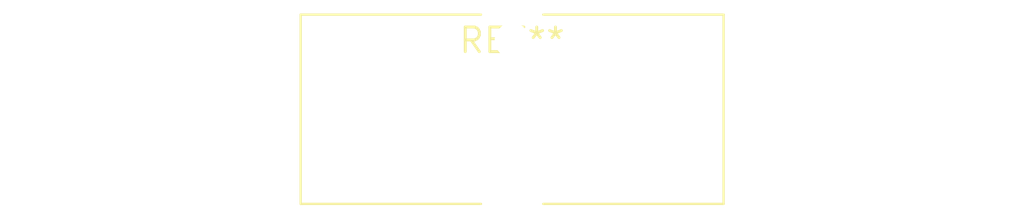
<source format=kicad_pcb>
(kicad_pcb (version 20240108) (generator pcbnew)
  (layers (0 "F.Cu" signal) (31 "B.Cu" signal) (34 "B.Paste" user) (35 "F.Paste" user) (36 "B.SilkS" user "B.Silkscreen") (37 "F.SilkS" user "F.Silkscreen") (38 "B.Mask" user) (39 "F.Mask" user) (44 "Edge.Cuts" user))
  (net 0 "")
  (footprint "L_Toroid_Vertical_L21.6mm_W9.5mm_P7.11mm_Pulse_C" (layer "F.Cu") (at 0 0)
    (property "Reference" "REF**")
    (property "Value" "L_Toroid_Vertical_L21.6mm_W9.5mm_P7.11mm_Pulse_C")
    (fp_line (start -10.915 -1.33) (end -10.915 8.44) (layer "F.SilkS") (stroke (width 0.12)))
    (fp_line (start -10.915 -1.33) (end -1.608 -1.33) (layer "F.SilkS") (stroke (width 0.12)))
    (fp_line (start -10.915 8.44) (end -1.608 8.44) (layer "F.SilkS") (stroke (width 0.12)))
    (fp_line (start 1.608 -1.33) (end 10.915 -1.33) (layer "F.SilkS") (stroke (width 0.12)))
    (fp_line (start 1.608 8.44) (end 10.915 8.44) (layer "F.SilkS") (stroke (width 0.12)))
    (fp_line (start 10.915 -1.33) (end 10.915 8.44) (layer "F.SilkS") (stroke (width 0.12)))
    (pad "1" thru_hole circle (at 0 0) (size 3.6 3.6) (drill 1.8) (layers *.Cu *.Mask) (remove_unused_layers))
    (pad "2" thru_hole circle (at 0 7.11) (size 3.6 3.6) (drill 1.8) (layers *.Cu *.Mask) (remove_unused_layers))
  )
)
</source>
